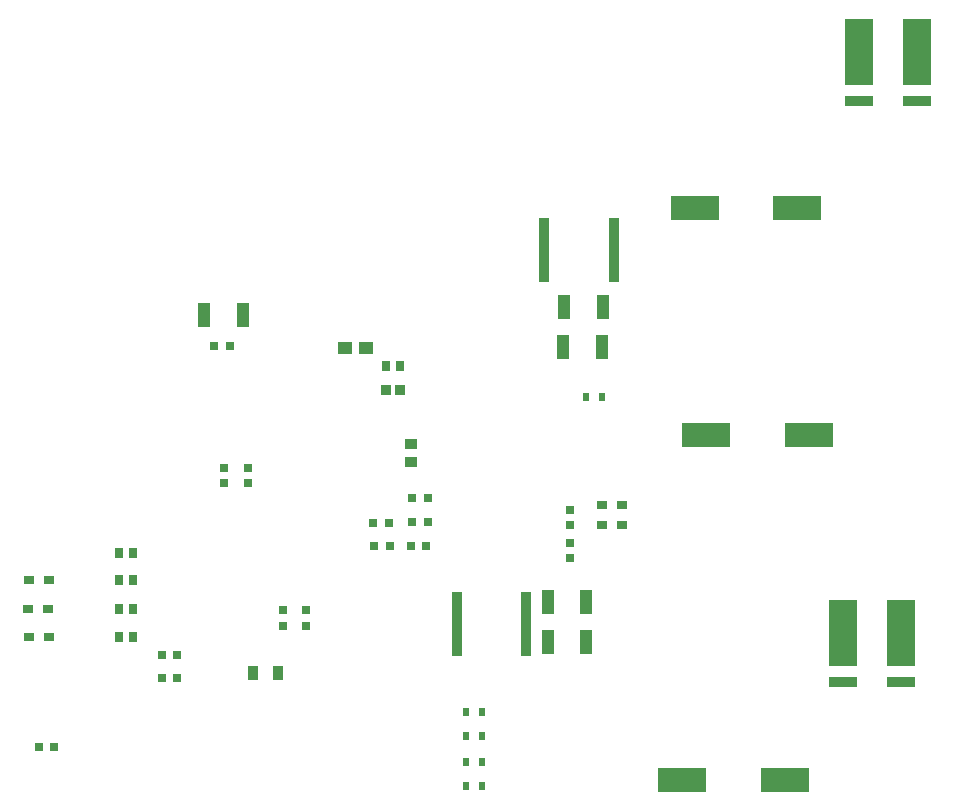
<source format=gbr>
%FSTAX23Y23*%
%MOIN*%
%SFA1B1*%

%IPPOS*%
%ADD32R,0.025590X0.027560*%
%ADD33R,0.043310X0.080710*%
%ADD34R,0.035430X0.031500*%
%ADD39R,0.037650X0.047490*%
%ADD40R,0.041340X0.037400*%
%ADD42R,0.027560X0.025590*%
%ADD48R,0.029530X0.035430*%
%ADD54R,0.033660X0.035680*%
%ADD105R,0.161420X0.078740*%
%ADD106R,0.096060X0.220470*%
%ADD107R,0.096060X0.035040*%
%ADD108R,0.045280X0.041340*%
%ADD109R,0.023620X0.031500*%
%ADD110R,0.027560X0.033470*%
%ADD111R,0.037520X0.212720*%
%LNpcb_paste_bot-1*%
%LPD*%
G54D32*
X02986Y01925D03*
X02933D03*
X04231Y02755D03*
X04178D03*
X04231Y02675D03*
X04178D03*
X04226Y02595D03*
X04173D03*
X03571Y0326D03*
X03518D03*
X0405Y02593D03*
X04103D03*
X03396Y0223D03*
X03343D03*
X04048Y0267D03*
X04101D03*
X03396Y02153D03*
X03343D03*
G54D33*
X03614Y03365D03*
X03485D03*
X04682Y03257D03*
X04812D03*
X0463Y02275D03*
X04759D03*
X0463Y02407D03*
X04759D03*
X04685Y0339D03*
X04814D03*
G54D34*
X02968Y0229D03*
X02901D03*
X02968Y0248D03*
X02901D03*
X02965Y02385D03*
X02898D03*
X04878Y0273D03*
X04811D03*
X04878Y02665D03*
X04811D03*
G54D39*
X0373Y0217D03*
X03649D03*
G54D40*
X04175Y02876D03*
Y02933D03*
G54D42*
X04705Y02716D03*
Y02663D03*
X0363Y02803D03*
Y02856D03*
X03748Y02328D03*
Y02381D03*
X03825Y02328D03*
Y02381D03*
X0355Y02803D03*
Y02856D03*
X04705Y02553D03*
Y02606D03*
G54D48*
X03248Y0229D03*
X03201D03*
Y0257D03*
X03248D03*
X03201Y0248D03*
X03248D03*
X03201Y02385D03*
X03248D03*
G54D54*
X04139Y03115D03*
X0409D03*
G54D105*
X05462Y0372D03*
X0512D03*
X05078Y01815D03*
X05421D03*
X05158Y02965D03*
X05501D03*
G54D106*
X05667Y0424D03*
X05862D03*
X05614Y02304D03*
X05809D03*
G54D107*
X05667Y04077D03*
X05862D03*
X05614Y02141D03*
X05809D03*
G54D108*
X03956Y03255D03*
X04023D03*
G54D109*
X04759Y0309D03*
X0481D03*
X0441Y0204D03*
X04359D03*
X0441Y0196D03*
X04359D03*
X0441Y01795D03*
X04359D03*
X0441Y01875D03*
X04359D03*
G54D110*
X0409Y03195D03*
X04139D03*
G54D111*
X04557Y02335D03*
X04327D03*
X04619Y03581D03*
X0485D03*
M02*
</source>
